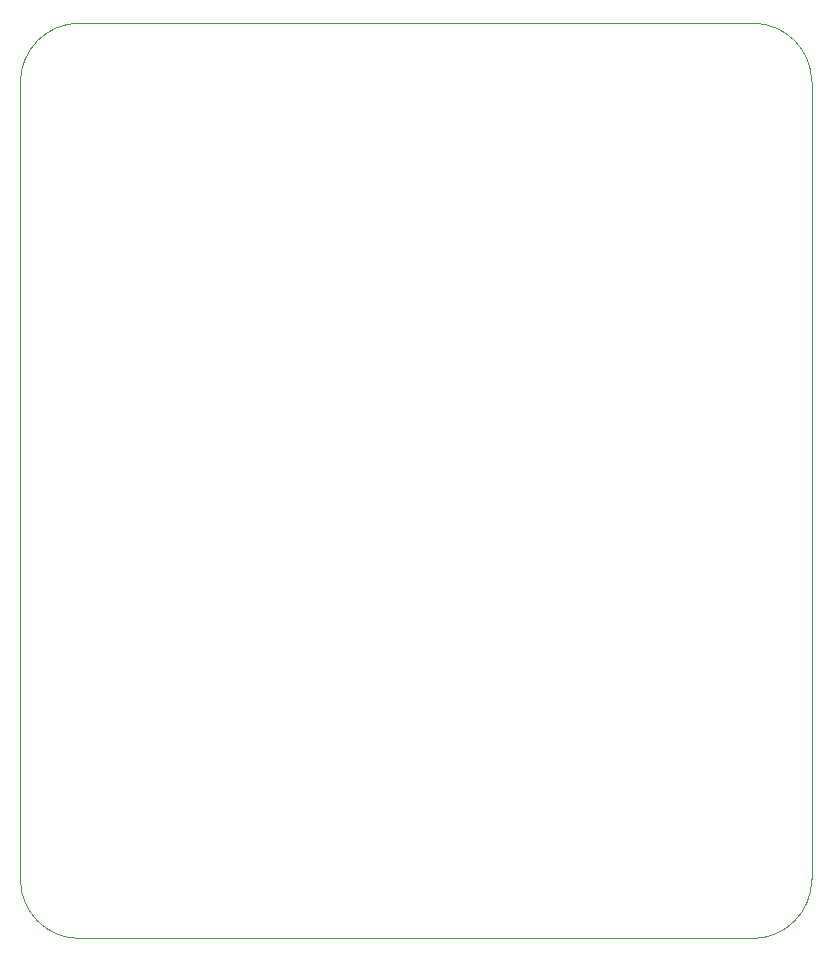
<source format=gbr>
%TF.GenerationSoftware,KiCad,Pcbnew,9.0.4*%
%TF.CreationDate,2025-10-29T20:45:07+01:00*%
%TF.ProjectId,Modu__Zaworu,4d6f6475-425f-45a6-9177-6f72752e6b69,rev?*%
%TF.SameCoordinates,Original*%
%TF.FileFunction,Profile,NP*%
%FSLAX46Y46*%
G04 Gerber Fmt 4.6, Leading zero omitted, Abs format (unit mm)*
G04 Created by KiCad (PCBNEW 9.0.4) date 2025-10-29 20:45:07*
%MOMM*%
%LPD*%
G01*
G04 APERTURE LIST*
%TA.AperFunction,Profile*%
%ADD10C,0.100000*%
%TD*%
G04 APERTURE END LIST*
D10*
X167500000Y-59500000D02*
G75*
G02*
X172500000Y-54500000I5000000J0D01*
G01*
X167500000Y-127000000D02*
X167500000Y-59500000D01*
X229500000Y-132000000D02*
X172500000Y-132000000D01*
X229500000Y-54500000D02*
G75*
G02*
X234500000Y-59500000I0J-5000000D01*
G01*
X234500000Y-59500000D02*
X234500000Y-127000000D01*
X172500000Y-132000000D02*
G75*
G02*
X167500000Y-127000000I0J5000000D01*
G01*
X234500000Y-127000000D02*
G75*
G02*
X229500000Y-132000000I-5000000J0D01*
G01*
X172500000Y-54500000D02*
X229500000Y-54500000D01*
M02*

</source>
